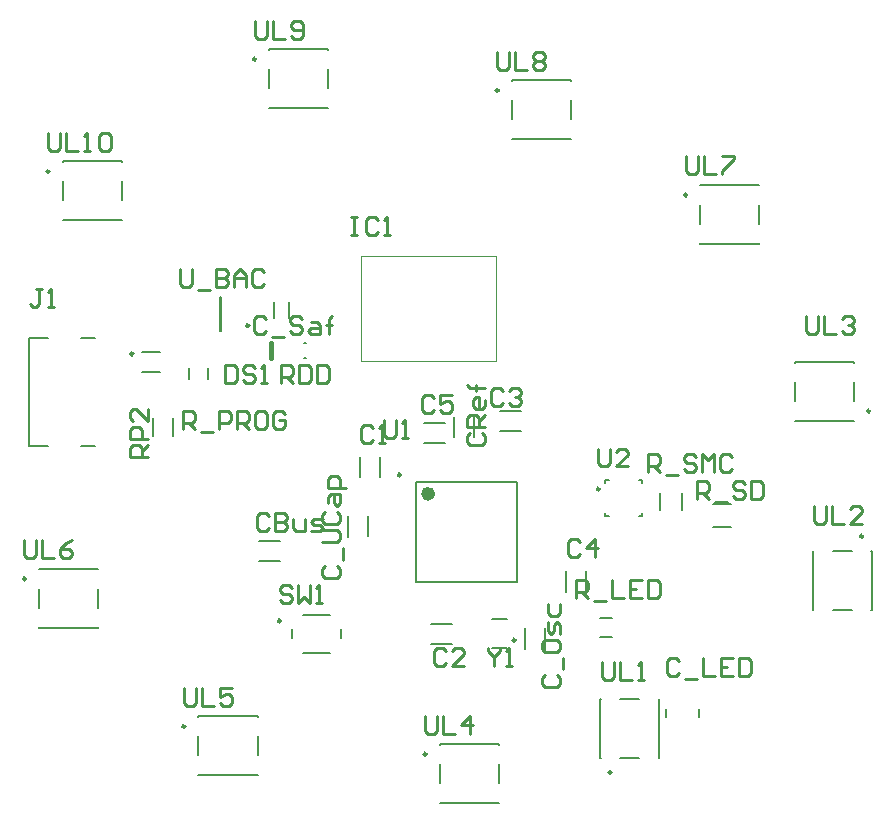
<source format=gto>
G04*
G04 #@! TF.GenerationSoftware,Altium Limited,Altium Designer,24.9.1 (31)*
G04*
G04 Layer_Color=65535*
%FSLAX44Y44*%
%MOMM*%
G71*
G04*
G04 #@! TF.SameCoordinates,E34D74D8-3647-4743-B869-721777AC5566*
G04*
G04*
G04 #@! TF.FilePolarity,Positive*
G04*
G01*
G75*
%ADD10C,0.2500*%
%ADD11C,0.6000*%
%ADD12C,0.2000*%
%ADD13C,0.4000*%
%ADD14C,0.1000*%
%ADD15C,0.2540*%
D10*
X889900Y862012D02*
G03*
X889900Y862012I-1250J0D01*
G01*
X1513750Y813500D02*
G03*
X1513750Y813500I-1250J0D01*
G01*
X1507750Y707500D02*
G03*
X1507750Y707500I-1250J0D01*
G01*
X1213500Y619500D02*
G03*
X1213500Y619500I-1250J0D01*
G01*
X1116250Y759500D02*
G03*
X1116250Y759500I-1250J0D01*
G01*
X987941Y886000D02*
G03*
X987941Y886000I-1250J0D01*
G01*
X1014750Y635750D02*
G03*
X1014750Y635750I-1250J0D01*
G01*
X1284750Y747500D02*
G03*
X1284750Y747500I-1250J0D01*
G01*
X933750Y546500D02*
G03*
X933750Y546500I-1250J0D01*
G01*
X1138250Y523000D02*
G03*
X1138250Y523000I-1250J0D01*
G01*
X1294750Y507500D02*
G03*
X1294750Y507500I-1250J0D01*
G01*
X798750Y671500D02*
G03*
X798750Y671500I-1250J0D01*
G01*
X1358750Y996500D02*
G03*
X1358750Y996500I-1250J0D01*
G01*
X1199250Y1085000D02*
G03*
X1199250Y1085000I-1250J0D01*
G01*
X993750Y1111500D02*
G03*
X993750Y1111500I-1250J0D01*
G01*
X818750Y1016500D02*
G03*
X818750Y1016500I-1250J0D01*
G01*
D11*
X1142500Y743500D02*
G03*
X1142500Y743500I-3000J0D01*
G01*
D12*
X845500Y875700D02*
X857300D01*
X801750D02*
X818000D01*
X801750Y784300D02*
Y875700D01*
X845500Y784300D02*
X857300D01*
X801750D02*
X818000D01*
X1450000Y805000D02*
X1500000D01*
X1450000Y855000D02*
X1500000D01*
Y854500D02*
Y855000D01*
X1450000Y854500D02*
Y855000D01*
Y805000D02*
Y805500D01*
X1500000Y805000D02*
Y805500D01*
Y822000D02*
Y838000D01*
X1450000Y822000D02*
Y838000D01*
X1515000Y645000D02*
Y695000D01*
X1465000Y645000D02*
Y695000D01*
X1465500D01*
X1465000Y645000D02*
X1465500D01*
X1514500D02*
X1515000D01*
X1514500Y695000D02*
X1515000D01*
X1482000D02*
X1498000D01*
X1482000Y645000D02*
X1498000D01*
X1178530Y791303D02*
Y808803D01*
X1161500Y791250D02*
Y808750D01*
X1335500Y729346D02*
Y744346D01*
X1354500Y729346D02*
Y744346D01*
X1380654Y715500D02*
X1395654D01*
X1380654Y734500D02*
X1395654D01*
X1088530Y707303D02*
Y724803D01*
X1071500Y707250D02*
Y724750D01*
X1238530Y612303D02*
Y629803D01*
X1221500Y612250D02*
Y629750D01*
X1193500Y637250D02*
X1206500D01*
X1193500Y612750D02*
X1206500D01*
X1129500Y668500D02*
X1214500D01*
X1129500Y753500D02*
X1214500D01*
Y668500D02*
Y753500D01*
X1129500Y668500D02*
Y753500D01*
X1200197Y813530D02*
X1217697D01*
X1200250Y796500D02*
X1217750D01*
X923500Y792500D02*
Y807500D01*
X906500Y792500D02*
Y807500D01*
X897500Y846500D02*
X912500D01*
X897500Y863500D02*
X912500D01*
X1142303Y616470D02*
X1159803D01*
X1142250Y633500D02*
X1159750D01*
X1008650Y892300D02*
Y905700D01*
X1021350Y892300D02*
Y905700D01*
X937000Y840269D02*
Y849731D01*
X953000Y840269D02*
Y849731D01*
X963309Y881000D02*
Y910000D01*
X964367D01*
Y881000D02*
Y910000D01*
X963309Y881000D02*
X964367D01*
X1034000Y858750D02*
X1036000D01*
X1034000Y871250D02*
X1036000D01*
X996197Y703530D02*
X1013697D01*
X996250Y686500D02*
X1013750D01*
X1136303Y786470D02*
X1153803D01*
X1136250Y803500D02*
X1153750D01*
X1256470Y660197D02*
Y677697D01*
X1273500Y660250D02*
Y677750D01*
X1098530Y757303D02*
Y774803D01*
X1081500Y757250D02*
Y774750D01*
X1024000Y621250D02*
Y628750D01*
X1033250Y609000D02*
X1056750D01*
X1066000Y621250D02*
Y628750D01*
X1033250Y641000D02*
X1056750D01*
X1289500Y752650D02*
Y755500D01*
Y724500D02*
Y727350D01*
X1317650Y724500D02*
X1320500D01*
X1289500D02*
X1292350D01*
X1320500Y752650D02*
Y755500D01*
Y724500D02*
Y727350D01*
X1317650Y755500D02*
X1320500D01*
X1289500D02*
X1292350D01*
X945000Y555000D02*
X995000D01*
X945000Y505000D02*
X995000D01*
X945000D02*
Y505500D01*
X995000Y505000D02*
Y505500D01*
Y554500D02*
Y555000D01*
X945000Y554500D02*
Y555000D01*
Y522000D02*
Y538000D01*
X995000Y522000D02*
Y538000D01*
X1149500Y531500D02*
X1199500D01*
X1149500Y481500D02*
X1199500D01*
X1149500D02*
Y482000D01*
X1199500Y481500D02*
Y482000D01*
Y531000D02*
Y531500D01*
X1149500Y531000D02*
Y531500D01*
Y498500D02*
Y514500D01*
X1199500Y498500D02*
Y514500D01*
X1285000Y520000D02*
Y570000D01*
X1335000Y520000D02*
Y570000D01*
X1334500Y520000D02*
X1335000D01*
X1334500Y570000D02*
X1335000D01*
X1285000D02*
X1285500D01*
X1285000Y520000D02*
X1285500D01*
X1302000D02*
X1318000D01*
X1302000Y570000D02*
X1318000D01*
X1285269Y622000D02*
X1294731D01*
X1285269Y638000D02*
X1294731D01*
X1369000Y554750D02*
Y561250D01*
X1341000Y554750D02*
Y561250D01*
X810000Y680000D02*
X860000D01*
X810000Y630000D02*
X860000D01*
X810000D02*
Y630500D01*
X860000Y630000D02*
Y630500D01*
Y679500D02*
Y680000D01*
X810000Y679500D02*
Y680000D01*
Y647000D02*
Y663000D01*
X860000Y647000D02*
Y663000D01*
X1370000Y1005000D02*
X1420000D01*
X1370000Y955000D02*
X1420000D01*
X1370000D02*
Y955500D01*
X1420000Y955000D02*
Y955500D01*
Y1004500D02*
Y1005000D01*
X1370000Y1004500D02*
Y1005000D01*
Y972000D02*
Y988000D01*
X1420000Y972000D02*
Y988000D01*
X1210500Y1093500D02*
X1260500D01*
X1210500Y1043500D02*
X1260500D01*
X1210500D02*
Y1044000D01*
X1260500Y1043500D02*
Y1044000D01*
Y1093000D02*
Y1093500D01*
X1210500Y1093000D02*
Y1093500D01*
Y1060500D02*
Y1076500D01*
X1260500Y1060500D02*
Y1076500D01*
X1005000Y1120000D02*
X1055000D01*
X1005000Y1070000D02*
X1055000D01*
X1005000D02*
Y1070500D01*
X1055000Y1070000D02*
Y1070500D01*
Y1119500D02*
Y1120000D01*
X1005000Y1119500D02*
Y1120000D01*
Y1087000D02*
Y1103000D01*
X1055000Y1087000D02*
Y1103000D01*
X830000Y1025000D02*
X880000D01*
X830000Y975000D02*
X880000D01*
X830000D02*
Y975500D01*
X880000Y975000D02*
Y975500D01*
Y1024500D02*
Y1025000D01*
X830000Y1024500D02*
Y1025000D01*
Y992000D02*
Y1008000D01*
X880000Y992000D02*
Y1008000D01*
D13*
X1006500Y858750D02*
Y871250D01*
D14*
X1196600Y855900D02*
Y944900D01*
X1082300Y855900D02*
X1196600D01*
X1082300D02*
Y944900D01*
X1196600D01*
D15*
X812543Y916935D02*
X807464D01*
X810004D01*
Y904239D01*
X807464Y901700D01*
X804925D01*
X802386Y904239D01*
X817621Y901700D02*
X822699D01*
X820160D01*
Y916935D01*
X817621Y914396D01*
X1459187Y894118D02*
Y881422D01*
X1461726Y878882D01*
X1466804D01*
X1469343Y881422D01*
Y894118D01*
X1474422D02*
Y878882D01*
X1484578D01*
X1489657Y891578D02*
X1492196Y894118D01*
X1497274D01*
X1499813Y891578D01*
Y889039D01*
X1497274Y886500D01*
X1494735D01*
X1497274D01*
X1499813Y883961D01*
Y881422D01*
X1497274Y878882D01*
X1492196D01*
X1489657Y881422D01*
X1466342Y732785D02*
Y720089D01*
X1468881Y717550D01*
X1473960D01*
X1476499Y720089D01*
Y732785D01*
X1481577D02*
Y717550D01*
X1491734D01*
X1506969D02*
X1496812D01*
X1506969Y727707D01*
Y730246D01*
X1504430Y732785D01*
X1499351D01*
X1496812Y730246D01*
X1174922Y794765D02*
X1172383Y792226D01*
Y787147D01*
X1174922Y784608D01*
X1185078D01*
X1187617Y787147D01*
Y792226D01*
X1185078Y794765D01*
X1187617Y799843D02*
X1172383D01*
Y807461D01*
X1174922Y810000D01*
X1180000D01*
X1182539Y807461D01*
Y799843D01*
Y804922D02*
X1187617Y810000D01*
Y822696D02*
Y817618D01*
X1185078Y815078D01*
X1180000D01*
X1177461Y817618D01*
Y822696D01*
X1180000Y825235D01*
X1182539D01*
Y815078D01*
X1187617Y832853D02*
X1174922D01*
X1180000D01*
Y830313D01*
Y835392D01*
Y832853D01*
X1174922D01*
X1172383Y835392D01*
X1325817Y761506D02*
Y776741D01*
X1333435D01*
X1335974Y774201D01*
Y769123D01*
X1333435Y766584D01*
X1325817D01*
X1330895D02*
X1335974Y761506D01*
X1341052Y758966D02*
X1351209D01*
X1366444Y774201D02*
X1363905Y776741D01*
X1358826D01*
X1356287Y774201D01*
Y771662D01*
X1358826Y769123D01*
X1363905D01*
X1366444Y766584D01*
Y764045D01*
X1363905Y761506D01*
X1358826D01*
X1356287Y764045D01*
X1371522Y761506D02*
Y776741D01*
X1376601Y771662D01*
X1381679Y776741D01*
Y761506D01*
X1396914Y774201D02*
X1394375Y776741D01*
X1389297D01*
X1386757Y774201D01*
Y764045D01*
X1389297Y761506D01*
X1394375D01*
X1396914Y764045D01*
X1367069Y738652D02*
Y753887D01*
X1374687D01*
X1377226Y751348D01*
Y746270D01*
X1374687Y743730D01*
X1367069D01*
X1372147D02*
X1377226Y738652D01*
X1382304Y736113D02*
X1392461D01*
X1407696Y751348D02*
X1405157Y753887D01*
X1400078D01*
X1397539Y751348D01*
Y748809D01*
X1400078Y746270D01*
X1405157D01*
X1407696Y743730D01*
Y741191D01*
X1405157Y738652D01*
X1400078D01*
X1397539Y741191D01*
X1412774Y753887D02*
Y738652D01*
X1420392D01*
X1422931Y741191D01*
Y751348D01*
X1420392Y753887D01*
X1412774D01*
X1052383Y681991D02*
X1049843Y679452D01*
Y674373D01*
X1052383Y671834D01*
X1062539D01*
X1065078Y674373D01*
Y679452D01*
X1062539Y681991D01*
X1067617Y687069D02*
Y697226D01*
X1049843Y702304D02*
X1062539D01*
X1065078Y704843D01*
Y709922D01*
X1062539Y712461D01*
X1049843D01*
X1052383Y727696D02*
X1049843Y725157D01*
Y720078D01*
X1052383Y717539D01*
X1062539D01*
X1065078Y720078D01*
Y725157D01*
X1062539Y727696D01*
X1054922Y735313D02*
Y740392D01*
X1057461Y742931D01*
X1065078D01*
Y735313D01*
X1062539Y732774D01*
X1060000Y735313D01*
Y742931D01*
X1070157Y748009D02*
X1054922D01*
Y755627D01*
X1057461Y758166D01*
X1062539D01*
X1065078Y755627D01*
Y748009D01*
X1238652Y589608D02*
X1236113Y587069D01*
Y581991D01*
X1238652Y579451D01*
X1248809D01*
X1251348Y581991D01*
Y587069D01*
X1248809Y589608D01*
X1253887Y594687D02*
Y604843D01*
X1236113Y617539D02*
Y612461D01*
X1238652Y609922D01*
X1248809D01*
X1251348Y612461D01*
Y617539D01*
X1248809Y620078D01*
X1238652D01*
X1236113Y617539D01*
X1251348Y625157D02*
Y632774D01*
X1248809Y635313D01*
X1246270Y632774D01*
Y627696D01*
X1243730Y625157D01*
X1241191Y627696D01*
Y635313D01*
Y650548D02*
Y642931D01*
X1243730Y640392D01*
X1248809D01*
X1251348Y642931D01*
Y650548D01*
X1189843Y612617D02*
Y610078D01*
X1194922Y605000D01*
X1200000Y610078D01*
Y612617D01*
X1194922Y605000D02*
Y597382D01*
X1205078D02*
X1210157D01*
X1207618D01*
Y612617D01*
X1205078Y610078D01*
X1102276Y806179D02*
Y793483D01*
X1104815Y790944D01*
X1109893D01*
X1112433Y793483D01*
Y806179D01*
X1117511Y790944D02*
X1122589D01*
X1120050D01*
Y806179D01*
X1117511Y803640D01*
X1202461Y830078D02*
X1199922Y832617D01*
X1194843D01*
X1192304Y830078D01*
Y819922D01*
X1194843Y817382D01*
X1199922D01*
X1202461Y819922D01*
X1207539Y830078D02*
X1210078Y832617D01*
X1215157D01*
X1217696Y830078D01*
Y827539D01*
X1215157Y825000D01*
X1212617D01*
X1215157D01*
X1217696Y822461D01*
Y819922D01*
X1215157Y817382D01*
X1210078D01*
X1207539Y819922D01*
X902617Y774687D02*
X887383D01*
Y782304D01*
X889922Y784843D01*
X895000D01*
X897539Y782304D01*
Y774687D01*
Y779765D02*
X902617Y784843D01*
Y789922D02*
X887383D01*
Y797539D01*
X889922Y800078D01*
X895000D01*
X897539Y797539D01*
Y789922D01*
X902617Y815313D02*
Y805157D01*
X892461Y815313D01*
X889922D01*
X887383Y812774D01*
Y807696D01*
X889922Y805157D01*
X1154461Y610078D02*
X1151922Y612617D01*
X1146843D01*
X1144304Y610078D01*
Y599922D01*
X1146843Y597383D01*
X1151922D01*
X1154461Y599922D01*
X1169696Y597383D02*
X1159539D01*
X1169696Y607539D01*
Y610078D01*
X1167157Y612617D01*
X1162078D01*
X1159539Y610078D01*
X1002147Y891348D02*
X999608Y893887D01*
X994530D01*
X991991Y891348D01*
Y881191D01*
X994530Y878652D01*
X999608D01*
X1002147Y881191D01*
X1007226Y876113D02*
X1017383D01*
X1032618Y891348D02*
X1030078Y893887D01*
X1025000D01*
X1022461Y891348D01*
Y888809D01*
X1025000Y886270D01*
X1030078D01*
X1032618Y883730D01*
Y881191D01*
X1030078Y878652D01*
X1025000D01*
X1022461Y881191D01*
X1040235Y888809D02*
X1045313D01*
X1047853Y886270D01*
Y878652D01*
X1040235D01*
X1037696Y881191D01*
X1040235Y883730D01*
X1047853D01*
X1055470Y878652D02*
Y891348D01*
Y886270D01*
X1052931D01*
X1058009D01*
X1055470D01*
Y891348D01*
X1058009Y893887D01*
X931834Y798652D02*
Y813887D01*
X939452D01*
X941991Y811348D01*
Y806270D01*
X939452Y803730D01*
X931834D01*
X936912D02*
X941991Y798652D01*
X947069Y796113D02*
X957226D01*
X962304Y798652D02*
Y813887D01*
X969922D01*
X972461Y811348D01*
Y806270D01*
X969922Y803730D01*
X962304D01*
X977539Y798652D02*
Y813887D01*
X985157D01*
X987696Y811348D01*
Y806270D01*
X985157Y803730D01*
X977539D01*
X982617D02*
X987696Y798652D01*
X1000392Y813887D02*
X995313D01*
X992774Y811348D01*
Y801191D01*
X995313Y798652D01*
X1000392D01*
X1002931Y801191D01*
Y811348D01*
X1000392Y813887D01*
X1018166Y811348D02*
X1015627Y813887D01*
X1010548D01*
X1008009Y811348D01*
Y801191D01*
X1010548Y798652D01*
X1015627D01*
X1018166Y801191D01*
Y806270D01*
X1013088D01*
X929452Y933887D02*
Y921191D01*
X931991Y918652D01*
X937069D01*
X939608Y921191D01*
Y933887D01*
X944687Y916113D02*
X954843D01*
X959922Y933887D02*
Y918652D01*
X967539D01*
X970078Y921191D01*
Y923730D01*
X967539Y926270D01*
X959922D01*
X967539D01*
X970078Y928809D01*
Y931348D01*
X967539Y933887D01*
X959922D01*
X975157Y918652D02*
Y928809D01*
X980235Y933887D01*
X985313Y928809D01*
Y918652D01*
Y926270D01*
X975157D01*
X1000548Y931348D02*
X998009Y933887D01*
X992931D01*
X990392Y931348D01*
Y921191D01*
X992931Y918652D01*
X998009D01*
X1000548Y921191D01*
X967226Y852617D02*
Y837383D01*
X974843D01*
X977383Y839922D01*
Y850078D01*
X974843Y852617D01*
X967226D01*
X992618Y850078D02*
X990078Y852617D01*
X985000D01*
X982461Y850078D01*
Y847539D01*
X985000Y845000D01*
X990078D01*
X992618Y842461D01*
Y839922D01*
X990078Y837383D01*
X985000D01*
X982461Y839922D01*
X997696Y837383D02*
X1002774D01*
X1000235D01*
Y852617D01*
X997696Y850078D01*
X1014687Y837383D02*
Y852617D01*
X1022304D01*
X1024843Y850078D01*
Y845000D01*
X1022304Y842461D01*
X1014687D01*
X1019765D02*
X1024843Y837383D01*
X1029922Y852617D02*
Y837383D01*
X1037539D01*
X1040078Y839922D01*
Y850078D01*
X1037539Y852617D01*
X1029922D01*
X1045157D02*
Y837383D01*
X1052774D01*
X1055313Y839922D01*
Y850078D01*
X1052774Y852617D01*
X1045157D01*
X1004737Y724900D02*
X1002197Y727439D01*
X997119D01*
X994580Y724900D01*
Y714743D01*
X997119Y712204D01*
X1002197D01*
X1004737Y714743D01*
X1009815Y727439D02*
Y712204D01*
X1017433D01*
X1019972Y714743D01*
Y717282D01*
X1017433Y719821D01*
X1009815D01*
X1017433D01*
X1019972Y722361D01*
Y724900D01*
X1017433Y727439D01*
X1009815D01*
X1025050Y722361D02*
Y714743D01*
X1027589Y712204D01*
X1035207D01*
Y722361D01*
X1040285Y712204D02*
X1047903D01*
X1050442Y714743D01*
X1047903Y717282D01*
X1042824D01*
X1040285Y719821D01*
X1042824Y722361D01*
X1050442D01*
X1144691Y824722D02*
X1142151Y827261D01*
X1137073D01*
X1134534Y824722D01*
Y814565D01*
X1137073Y812026D01*
X1142151D01*
X1144691Y814565D01*
X1159926Y827261D02*
X1149769D01*
Y819643D01*
X1154847Y822183D01*
X1157387D01*
X1159926Y819643D01*
Y814565D01*
X1157387Y812026D01*
X1152308D01*
X1149769Y814565D01*
X1268135Y702294D02*
X1265595Y704833D01*
X1260517D01*
X1257978Y702294D01*
Y692137D01*
X1260517Y689598D01*
X1265595D01*
X1268135Y692137D01*
X1280831Y689598D02*
Y704833D01*
X1273213Y697215D01*
X1283370D01*
X1093129Y799322D02*
X1090590Y801861D01*
X1085511D01*
X1082972Y799322D01*
Y789165D01*
X1085511Y786626D01*
X1090590D01*
X1093129Y789165D01*
X1098207Y786626D02*
X1103285D01*
X1100746D01*
Y801861D01*
X1098207Y799322D01*
X1023787Y663432D02*
X1021247Y665971D01*
X1016169D01*
X1013630Y663432D01*
Y660893D01*
X1016169Y658354D01*
X1021247D01*
X1023787Y655814D01*
Y653275D01*
X1021247Y650736D01*
X1016169D01*
X1013630Y653275D01*
X1028865Y665971D02*
Y650736D01*
X1033943Y655814D01*
X1039022Y650736D01*
Y665971D01*
X1044100Y650736D02*
X1049178D01*
X1046639D01*
Y665971D01*
X1044100Y663432D01*
X1074336Y978137D02*
X1079414D01*
X1076875D01*
Y962902D01*
X1074336D01*
X1079414D01*
X1097189Y975598D02*
X1094649Y978137D01*
X1089571D01*
X1087032Y975598D01*
Y965441D01*
X1089571Y962902D01*
X1094649D01*
X1097189Y965441D01*
X1102267Y962902D02*
X1107345D01*
X1104806D01*
Y978137D01*
X1102267Y975598D01*
X1283632Y781795D02*
Y769099D01*
X1286171Y766560D01*
X1291250D01*
X1293789Y769099D01*
Y781795D01*
X1309024Y766560D02*
X1298867D01*
X1309024Y776717D01*
Y779256D01*
X1306485Y781795D01*
X1301406D01*
X1298867Y779256D01*
X932434Y579115D02*
Y566419D01*
X934973Y563880D01*
X940051D01*
X942591Y566419D01*
Y579115D01*
X947669D02*
Y563880D01*
X957826D01*
X973061Y579115D02*
X962904D01*
Y571497D01*
X967982Y574037D01*
X970522D01*
X973061Y571497D01*
Y566419D01*
X970522Y563880D01*
X965443D01*
X962904Y566419D01*
X1137158Y555493D02*
Y542797D01*
X1139697Y540258D01*
X1144775D01*
X1147315Y542797D01*
Y555493D01*
X1152393D02*
Y540258D01*
X1162550D01*
X1175246D02*
Y555493D01*
X1167628Y547876D01*
X1177785D01*
X1286256Y601213D02*
Y588517D01*
X1288795Y585978D01*
X1293873D01*
X1296413Y588517D01*
Y601213D01*
X1301491D02*
Y585978D01*
X1311648D01*
X1316726D02*
X1321805D01*
X1319265D01*
Y601213D01*
X1316726Y598674D01*
X1264412Y655574D02*
Y670809D01*
X1272029D01*
X1274569Y668270D01*
Y663192D01*
X1272029Y660652D01*
X1264412D01*
X1269490D02*
X1274569Y655574D01*
X1279647Y653035D02*
X1289804D01*
X1294882Y670809D02*
Y655574D01*
X1305039D01*
X1320274Y670809D02*
X1310117D01*
Y655574D01*
X1320274D01*
X1310117Y663192D02*
X1315196D01*
X1325352Y670809D02*
Y655574D01*
X1332970D01*
X1335509Y658113D01*
Y668270D01*
X1332970Y670809D01*
X1325352D01*
X1351785Y601976D02*
X1349245Y604515D01*
X1344167D01*
X1341628Y601976D01*
Y591819D01*
X1344167Y589280D01*
X1349245D01*
X1351785Y591819D01*
X1356863Y586741D02*
X1367020D01*
X1372098Y604515D02*
Y589280D01*
X1382255D01*
X1397490Y604515D02*
X1387333D01*
Y589280D01*
X1397490D01*
X1387333Y596898D02*
X1392412D01*
X1402568Y604515D02*
Y589280D01*
X1410186D01*
X1412725Y591819D01*
Y601976D01*
X1410186Y604515D01*
X1402568D01*
X797560Y704083D02*
Y691387D01*
X800099Y688848D01*
X805178D01*
X807717Y691387D01*
Y704083D01*
X812795D02*
Y688848D01*
X822952D01*
X838187Y704083D02*
X833109Y701544D01*
X828030Y696466D01*
Y691387D01*
X830569Y688848D01*
X835648D01*
X838187Y691387D01*
Y693926D01*
X835648Y696466D01*
X828030D01*
X1357630Y1029203D02*
Y1016507D01*
X1360169Y1013968D01*
X1365247D01*
X1367787Y1016507D01*
Y1029203D01*
X1372865D02*
Y1013968D01*
X1383022D01*
X1388100Y1029203D02*
X1398257D01*
Y1026664D01*
X1388100Y1016507D01*
Y1013968D01*
X1198118Y1117595D02*
Y1104899D01*
X1200657Y1102360D01*
X1205735D01*
X1208275Y1104899D01*
Y1117595D01*
X1213353D02*
Y1102360D01*
X1223510D01*
X1228588Y1115056D02*
X1231127Y1117595D01*
X1236206D01*
X1238745Y1115056D01*
Y1112517D01*
X1236206Y1109977D01*
X1238745Y1107438D01*
Y1104899D01*
X1236206Y1102360D01*
X1231127D01*
X1228588Y1104899D01*
Y1107438D01*
X1231127Y1109977D01*
X1228588Y1112517D01*
Y1115056D01*
X1231127Y1109977D02*
X1236206D01*
X992632Y1144011D02*
Y1131315D01*
X995171Y1128776D01*
X1000249D01*
X1002789Y1131315D01*
Y1144011D01*
X1007867D02*
Y1128776D01*
X1018024D01*
X1023102Y1131315D02*
X1025641Y1128776D01*
X1030720D01*
X1033259Y1131315D01*
Y1141472D01*
X1030720Y1144011D01*
X1025641D01*
X1023102Y1141472D01*
Y1138933D01*
X1025641Y1136394D01*
X1033259D01*
X817626Y1049015D02*
Y1036319D01*
X820165Y1033780D01*
X825244D01*
X827783Y1036319D01*
Y1049015D01*
X832861D02*
Y1033780D01*
X843018D01*
X848096D02*
X853175D01*
X850635D01*
Y1049015D01*
X848096Y1046476D01*
X860792D02*
X863331Y1049015D01*
X868410D01*
X870949Y1046476D01*
Y1036319D01*
X868410Y1033780D01*
X863331D01*
X860792Y1036319D01*
Y1046476D01*
M02*

</source>
